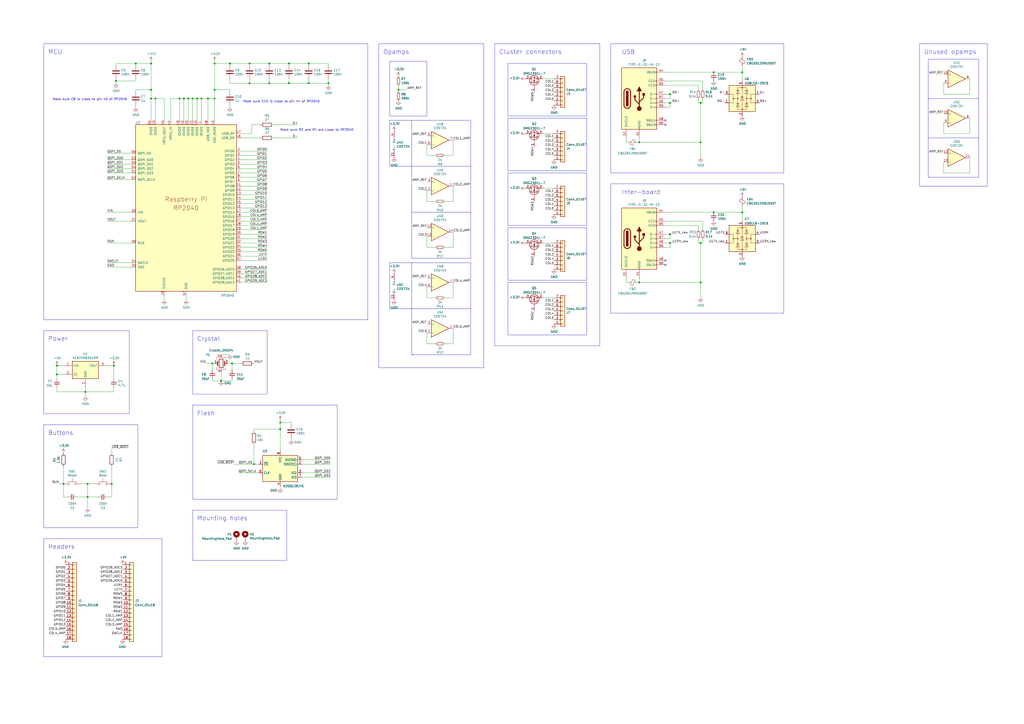
<source format=kicad_sch>
(kicad_sch (version 20230121) (generator eeschema)
  (paper "A2")
  (title_block (title "lalboard main board") (rev "v0.1"))
  (junction (at 109.22 57.15))
  (junction (at 87.63 52.07))
  (junction (at 156.21 36.83))
  (junction (at 36.83 280.67))
  (junction (at 50.8 288.29))
  (junction (at 111.76 57.15))
  (junction (at 124.46 52.07))
  (junction (at 87.63 36.83))
  (junction (at 388.62 54.61))
  (junction (at 190.5 48.26))
  (junction (at 388.62 140.97))
  (junction (at 114.3 57.15))
  (junction (at 33.02 217.17))
  (junction (at 144.78 36.83))
  (junction (at 406.4 163.83))
  (junction (at 124.46 36.83))
  (junction (at 147.32 269.24))
  (junction (at 106.68 57.15))
  (junction (at 49.53 227.33))
  (junction (at 133.35 36.83))
  (junction (at 430.53 123.19))
  (junction (at 120.65 57.15))
  (junction (at 370.84 163.83))
  (junction (at 167.64 48.26))
  (junction (at 116.84 57.15))
  (junction (at 162.56 245.11))
  (junction (at 406.4 59.69))
  (junction (at 414.02 41.91))
  (junction (at 179.07 36.83))
  (junction (at 179.07 48.26))
  (junction (at 66.04 212.09))
  (junction (at 388.62 59.69))
  (junction (at 406.4 140.97))
  (junction (at 90.17 57.15))
  (junction (at 67.31 46.99))
  (junction (at 87.63 57.15))
  (junction (at 414.02 123.19))
  (junction (at 144.78 48.26))
  (junction (at 128.27 220.98))
  (junction (at 156.21 48.26))
  (junction (at 124.46 57.15))
  (junction (at 64.77 280.67))
  (junction (at 104.14 57.15))
  (junction (at 78.74 36.83))
  (junction (at 406.4 82.55))
  (junction (at 50.8 280.67))
  (junction (at 123.19 210.82))
  (junction (at 134.62 210.82))
  (junction (at 370.84 82.55))
  (junction (at 33.02 212.09))
  (junction (at 167.64 36.83))
  (junction (at 430.53 41.91))
  (junction (at 388.62 135.89))
  (junction (at 231.14 52.07))
  (junction (at 162.56 248.92))
  (no_connect (at 386.08 151.13))
  (no_connect (at 386.08 69.85))
  (no_connect (at 386.08 72.39))
  (no_connect (at 386.08 153.67))
  (wire (pts (xy 370.84 82.55) (xy 406.4 82.55)))
  (polyline (pts (xy 111.76 234.95) (xy 111.76 289.56)))
  (wire (pts (xy 386.08 57.15) (xy 388.62 57.15)))
  (wire (pts (xy 179.07 45.72) (xy 179.07 48.26)))
  (wire (pts (xy 64.77 260.35) (xy 64.77 262.89)))
  (wire (pts (xy 386.08 54.61) (xy 388.62 54.61)))
  (wire (pts (xy 388.62 54.61) (xy 389.89 54.61)))
  (wire (pts (xy 139.7 125.73) (xy 154.94 125.73)))
  (wire (pts (xy 76.2 140.97) (xy 62.23 140.97)))
  (polyline (pts (xy 226.06 96.52) (xy 273.05 96.52)))
  (wire (pts (xy 124.46 52.07) (xy 133.35 52.07)))
  (wire (pts (xy 406.4 82.55) (xy 406.4 91.44)))
  (polyline (pts (xy 533.4 25.4) (xy 572.77 25.4)))
  (wire (pts (xy 67.31 45.72) (xy 67.31 46.99)))
  (polyline (pts (xy 340.36 132.08) (xy 340.36 162.56)))
  (polyline (pts (xy 238.76 205.74) (xy 273.05 205.74)))
  (polyline (pts (xy 74.93 191.77) (xy 74.93 240.03)))
  (wire (pts (xy 39.37 288.29) (xy 36.83 288.29)))
  (wire (pts (xy 262.89 116.84) (xy 257.81 116.84)))
  (polyline (pts (xy 340.36 100.33) (xy 294.64 100.33)))
  (polyline (pts (xy 273.05 179.07) (xy 273.05 205.74)))
  (wire (pts (xy 114.3 69.85) (xy 114.3 57.15)))
  (wire (pts (xy 147.32 257.81) (xy 147.32 269.24)))
  (polyline (pts (xy 538.48 102.87) (xy 567.69 102.87)))
  (wire (pts (xy 78.74 60.96) (xy 78.74 62.23)))
  (polyline (pts (xy 287.02 25.4) (xy 347.98 25.4)))
  (polyline (pts (xy 25.4 381) (xy 93.98 381)))
  (wire (pts (xy 139.7 123.19) (xy 154.94 123.19)))
  (wire (pts (xy 139.7 128.27) (xy 154.94 128.27)))
  (polyline (pts (xy 238.76 123.19) (xy 273.05 123.19)))
  (wire (pts (xy 162.56 243.84) (xy 162.56 245.11)))
  (wire (pts (xy 175.26 266.7) (xy 191.77 266.7)))
  (wire (pts (xy 388.62 143.51) (xy 388.62 140.97)))
  (wire (pts (xy 262.89 90.17) (xy 257.81 90.17)))
  (wire (pts (xy 128.27 205.74) (xy 133.35 205.74)))
  (wire (pts (xy 78.74 52.07) (xy 87.63 52.07)))
  (wire (pts (xy 139.7 151.13) (xy 154.94 151.13)))
  (polyline (pts (xy 294.64 68.58) (xy 294.64 99.06)))
  (wire (pts (xy 139.7 148.59) (xy 154.94 148.59)))
  (wire (pts (xy 405.13 57.15) (xy 405.13 59.69)))
  (wire (pts (xy 190.5 48.26) (xy 179.07 48.26)))
  (polyline (pts (xy 567.69 34.29) (xy 567.69 102.87)))
  (wire (pts (xy 162.56 245.11) (xy 162.56 248.92)))
  (polyline (pts (xy 347.98 25.4) (xy 347.98 200.66)))
  (wire (pts (xy 67.31 46.99) (xy 78.74 46.99)))
  (wire (pts (xy 124.46 36.83) (xy 124.46 52.07)))
  (polyline (pts (xy 280.67 25.4) (xy 280.67 213.36)))
  (wire (pts (xy 370.84 161.29) (xy 370.84 163.83)))
  (wire (pts (xy 87.63 36.83) (xy 87.63 52.07)))
  (wire (pts (xy 139.7 100.33) (xy 154.94 100.33)))
  (polyline (pts (xy 340.36 132.08) (xy 294.64 132.08)))
  (polyline (pts (xy 238.76 179.07) (xy 238.76 205.74)))
  (wire (pts (xy 33.02 227.33) (xy 33.02 224.79)))
  (polyline (pts (xy 238.76 205.74) (xy 240.03 205.74)))
  (wire (pts (xy 62.23 212.09) (xy 66.04 212.09)))
  (polyline (pts (xy 74.93 240.03) (xy 25.4 240.03)))
  (wire (pts (xy 407.67 128.27) (xy 386.08 128.27)))
  (wire (pts (xy 111.76 69.85) (xy 111.76 57.15)))
  (polyline (pts (xy 25.4 240.03) (xy 25.4 191.77)))
  (wire (pts (xy 547.37 54.61) (xy 547.37 48.26)))
  (wire (pts (xy 388.62 59.69) (xy 389.89 59.69)))
  (wire (pts (xy 106.68 69.85) (xy 106.68 57.15)))
  (wire (pts (xy 132.08 210.82) (xy 134.62 210.82)))
  (wire (pts (xy 562.61 45.72) (xy 562.61 54.61)))
  (wire (pts (xy 139.7 163.83) (xy 154.94 163.83)))
  (wire (pts (xy 430.53 128.27) (xy 430.53 123.19)))
  (wire (pts (xy 50.8 280.67) (xy 50.8 288.29)))
  (polyline (pts (xy 226.06 69.85) (xy 273.05 69.85)))
  (polyline (pts (xy 454.66 25.4) (xy 454.66 100.33)))
  (wire (pts (xy 156.21 45.72) (xy 156.21 48.26)))
  (wire (pts (xy 114.3 57.15) (xy 116.84 57.15)))
  (wire (pts (xy 407.67 46.99) (xy 386.08 46.99)))
  (wire (pts (xy 147.32 248.92) (xy 162.56 248.92)))
  (wire (pts (xy 139.7 90.17) (xy 154.94 90.17)))
  (polyline (pts (xy 294.64 99.06) (xy 340.36 99.06)))
  (wire (pts (xy 547.37 100.33) (xy 562.61 100.33)))
  (wire (pts (xy 363.22 163.83) (xy 364.49 163.83)))
  (polyline (pts (xy 25.4 306.07) (xy 80.01 306.07)))
  (wire (pts (xy 179.07 36.83) (xy 190.5 36.83)))
  (wire (pts (xy 262.89 199.39) (xy 257.81 199.39)))
  (wire (pts (xy 252.73 172.72) (xy 247.65 172.72)))
  (wire (pts (xy 120.65 69.85) (xy 120.65 57.15)))
  (wire (pts (xy 95.25 171.45) (xy 95.25 173.99)))
  (wire (pts (xy 139.7 118.11) (xy 154.94 118.11)))
  (polyline (pts (xy 572.77 107.95) (xy 572.77 25.4)))
  (wire (pts (xy 87.63 57.15) (xy 87.63 69.85)))
  (wire (pts (xy 231.14 52.07) (xy 231.14 53.34)))
  (wire (pts (xy 247.65 199.39) (xy 247.65 193.04)))
  (wire (pts (xy 370.84 163.83) (xy 369.57 163.83)))
  (wire (pts (xy 64.77 270.51) (xy 64.77 280.67)))
  (wire (pts (xy 33.02 217.17) (xy 33.02 219.71)))
  (polyline (pts (xy 111.76 228.6) (xy 111.76 191.77)))
  (wire (pts (xy 363.22 161.29) (xy 363.22 163.83)))
  (wire (pts (xy 405.13 140.97) (xy 406.4 140.97)))
  (wire (pts (xy 49.53 227.33) (xy 33.02 227.33)))
  (polyline (pts (xy 538.48 57.15) (xy 567.69 57.15)))
  (wire (pts (xy 156.21 48.26) (xy 144.78 48.26)))
  (wire (pts (xy 262.89 107.95) (xy 262.89 116.84)))
  (polyline (pts (xy 80.01 246.38) (xy 25.4 246.38)))
  (wire (pts (xy 386.08 62.23) (xy 388.62 62.23)))
  (polyline (pts (xy 111.76 289.56) (xy 195.58 289.56)))
  (wire (pts (xy 144.78 48.26) (xy 133.35 48.26)))
  (wire (pts (xy 405.13 59.69) (xy 406.4 59.69)))
  (polyline (pts (xy 111.76 228.6) (xy 154.94 228.6)))
  (wire (pts (xy 547.37 77.47) (xy 547.37 71.12)))
  (wire (pts (xy 78.74 38.1) (xy 78.74 36.83)))
  (polyline (pts (xy 226.06 35.56) (xy 226.06 67.31)))
  (wire (pts (xy 67.31 38.1) (xy 67.31 36.83)))
  (polyline (pts (xy 347.98 200.66) (xy 287.02 200.66)))
  (wire (pts (xy 562.61 91.44) (xy 562.61 100.33)))
  (wire (pts (xy 67.31 46.99) (xy 67.31 48.26)))
  (wire (pts (xy 231.14 49.53) (xy 231.14 52.07)))
  (wire (pts (xy 133.35 38.1) (xy 133.35 36.83)))
  (wire (pts (xy 139.7 77.47) (xy 146.05 77.47)))
  (wire (pts (xy 95.25 69.85) (xy 95.25 57.15)))
  (wire (pts (xy 76.2 152.4) (xy 62.23 152.4)))
  (wire (pts (xy 49.53 227.33) (xy 49.53 224.79)))
  (wire (pts (xy 104.14 69.85) (xy 104.14 57.15)))
  (polyline (pts (xy 287.02 25.4) (xy 287.02 200.66)))
  (wire (pts (xy 190.5 48.26) (xy 190.5 49.53)))
  (wire (pts (xy 386.08 138.43) (xy 388.62 138.43)))
  (wire (pts (xy 406.4 140.97) (xy 406.4 163.83)))
  (wire (pts (xy 370.84 163.83) (xy 406.4 163.83)))
  (polyline (pts (xy 25.4 25.4) (xy 213.36 25.4)))
  (wire (pts (xy 124.46 57.15) (xy 124.46 69.85)))
  (wire (pts (xy 430.53 123.19) (xy 430.53 119.38)))
  (wire (pts (xy 388.62 135.89) (xy 389.89 135.89)))
  (polyline (pts (xy 294.64 130.81) (xy 340.36 130.81)))
  (polyline (pts (xy 533.4 25.4) (xy 533.4 107.95)))
  (wire (pts (xy 107.95 171.45) (xy 107.95 173.99)))
  (wire (pts (xy 405.13 138.43) (xy 405.13 140.97)))
  (wire (pts (xy 139.7 133.35) (xy 154.94 133.35)))
  (wire (pts (xy 106.68 57.15) (xy 109.22 57.15)))
  (wire (pts (xy 406.4 140.97) (xy 407.67 140.97)))
  (wire (pts (xy 406.4 59.69) (xy 406.4 82.55)))
  (polyline (pts (xy 25.4 185.42) (xy 25.4 25.4)))
  (wire (pts (xy 57.15 288.29) (xy 50.8 288.29)))
  (wire (pts (xy 76.2 104.14) (xy 62.23 104.14)))
  (polyline (pts (xy 226.06 69.85) (xy 226.06 96.52)))
  (wire (pts (xy 62.23 123.19) (xy 76.2 123.19)))
  (polyline (pts (xy 247.65 67.31) (xy 247.65 35.56)))
  (wire (pts (xy 405.13 52.07) (xy 405.13 49.53)))
  (wire (pts (xy 134.62 210.82) (xy 134.62 214.63)))
  (wire (pts (xy 99.06 69.85) (xy 99.06 57.15)))
  (wire (pts (xy 147.32 250.19) (xy 147.32 248.92)))
  (polyline (pts (xy 340.36 36.83) (xy 294.64 36.83)))
  (wire (pts (xy 388.62 57.15) (xy 388.62 54.61)))
  (polyline (pts (xy 340.36 163.83) (xy 294.64 163.83)))
  (wire (pts (xy 167.64 36.83) (xy 179.07 36.83)))
  (wire (pts (xy 386.08 143.51) (xy 388.62 143.51)))
  (wire (pts (xy 252.73 90.17) (xy 247.65 90.17)))
  (wire (pts (xy 162.56 281.94) (xy 162.56 283.21)))
  (wire (pts (xy 262.89 190.5) (xy 262.89 199.39)))
  (wire (pts (xy 386.08 123.19) (xy 414.02 123.19)))
  (polyline (pts (xy 111.76 234.95) (xy 195.58 234.95)))
  (wire (pts (xy 430.53 41.91) (xy 430.53 38.1)))
  (wire (pts (xy 139.7 115.57) (xy 154.94 115.57)))
  (polyline (pts (xy 247.65 35.56) (xy 226.06 35.56)))
  (polyline (pts (xy 226.06 179.07) (xy 273.05 179.07)))
  (polyline (pts (xy 219.71 25.4) (xy 219.71 213.36)))
  (wire (pts (xy 547.37 54.61) (xy 562.61 54.61)))
  (wire (pts (xy 162.56 248.92) (xy 162.56 261.62)))
  (polyline (pts (xy 226.06 67.31) (xy 247.65 67.31)))
  (wire (pts (xy 547.37 100.33) (xy 547.37 93.98)))
  (polyline (pts (xy 111.76 295.91) (xy 166.37 295.91)))
  (wire (pts (xy 167.64 45.72) (xy 167.64 48.26)))
  (wire (pts (xy 139.7 161.29) (xy 154.94 161.29)))
  (wire (pts (xy 50.8 288.29) (xy 44.45 288.29)))
  (wire (pts (xy 386.08 41.91) (xy 414.02 41.91)))
  (polyline (pts (xy 340.36 36.83) (xy 340.36 67.31)))
  (polyline (pts (xy 340.36 163.83) (xy 340.36 194.31)))
  (wire (pts (xy 78.74 53.34) (xy 78.74 52.07)))
  (wire (pts (xy 562.61 68.58) (xy 562.61 77.47)))
  (polyline (pts (xy 238.76 69.85) (xy 238.76 149.86)))
  (polyline (pts (xy 238.76 149.86) (xy 273.05 149.86)))
  (wire (pts (xy 314.96 109.22) (xy 321.31 109.22)))
  (polyline (pts (xy 219.71 25.4) (xy 280.67 25.4)))
  (wire (pts (xy 99.06 57.15) (xy 104.14 57.15)))
  (wire (pts (xy 407.67 52.07) (xy 407.67 46.99)))
  (polyline (pts (xy 294.64 194.31) (xy 340.36 194.31)))
  (wire (pts (xy 124.46 210.82) (xy 123.19 210.82)))
  (wire (pts (xy 138.43 274.32) (xy 149.86 274.32)))
  (wire (pts (xy 66.04 224.79) (xy 66.04 227.33)))
  (wire (pts (xy 407.67 59.69) (xy 407.67 57.15)))
  (wire (pts (xy 547.37 77.47) (xy 562.61 77.47)))
  (polyline (pts (xy 538.48 80.01) (xy 567.69 80.01)))
  (wire (pts (xy 66.04 212.09) (xy 66.04 219.71)))
  (wire (pts (xy 36.83 217.17) (xy 33.02 217.17)))
  (wire (pts (xy 363.22 82.55) (xy 364.49 82.55)))
  (wire (pts (xy 139.7 156.21) (xy 154.94 156.21)))
  (wire (pts (xy 139.7 130.81) (xy 154.94 130.81)))
  (wire (pts (xy 144.78 36.83) (xy 156.21 36.83)))
  (wire (pts (xy 111.76 57.15) (xy 114.3 57.15)))
  (wire (pts (xy 64.77 288.29) (xy 62.23 288.29)))
  (wire (pts (xy 370.84 80.01) (xy 370.84 82.55)))
  (polyline (pts (xy 538.48 34.29) (xy 538.48 102.87)))
  (polyline (pts (xy 294.64 36.83) (xy 294.64 67.31)))
  (polyline (pts (xy 354.33 181.61) (xy 354.33 106.68)))
  (wire (pts (xy 168.91 246.38) (xy 168.91 245.11)))
  (wire (pts (xy 167.64 48.26) (xy 156.21 48.26)))
  (polyline (pts (xy 280.67 213.36) (xy 219.71 213.36)))
  (wire (pts (xy 123.19 210.82) (xy 123.19 214.63)))
  (polyline (pts (xy 294.64 163.83) (xy 294.64 194.31)))
  (wire (pts (xy 134.62 219.71) (xy 134.62 220.98)))
  (wire (pts (xy 168.91 245.11) (xy 162.56 245.11)))
  (polyline (pts (xy 226.06 152.4) (xy 273.05 152.4)))
  (wire (pts (xy 179.07 38.1) (xy 179.07 36.83)))
  (polyline (pts (xy 294.64 162.56) (xy 340.36 162.56)))
  (wire (pts (xy 144.78 45.72) (xy 144.78 48.26)))
  (wire (pts (xy 252.73 143.51) (xy 247.65 143.51)))
  (wire (pts (xy 167.64 38.1) (xy 167.64 36.83)))
  (wire (pts (xy 179.07 48.26) (xy 167.64 48.26)))
  (wire (pts (xy 49.53 227.33) (xy 49.53 229.87)))
  (wire (pts (xy 128.27 215.9) (xy 128.27 220.98)))
  (wire (pts (xy 314.96 77.47) (xy 321.31 77.47)))
  (wire (pts (xy 36.83 270.51) (xy 36.83 280.67)))
  (polyline (pts (xy 294.64 67.31) (xy 340.36 67.31)))
  (wire (pts (xy 95.25 57.15) (xy 90.17 57.15)))
  (wire (pts (xy 231.14 52.07) (xy 236.22 52.07)))
  (polyline (pts (xy 25.4 191.77) (xy 74.93 191.77)))
  (wire (pts (xy 90.17 57.15) (xy 87.63 57.15)))
  (wire (pts (xy 139.7 143.51) (xy 154.94 143.51)))
  (polyline (pts (xy 25.4 312.42) (xy 25.4 381)))
  (wire (pts (xy 405.13 49.53) (xy 386.08 49.53)))
  (wire (pts (xy 252.73 116.84) (xy 247.65 116.84)))
  (polyline (pts (xy 354.33 106.68) (xy 454.66 106.68)))
  (wire (pts (xy 139.7 80.01) (xy 151.13 80.01)))
  (polyline (pts (xy 273.05 69.85) (xy 273.05 149.86)))
  (wire (pts (xy 430.53 46.99) (xy 430.53 41.91)))
  (wire (pts (xy 406.4 163.83) (xy 406.4 172.72)))
  (polyline (pts (xy 354.33 100.33) (xy 354.33 25.4)))
  (wire (pts (xy 62.23 95.25) (xy 76.2 95.25)))
  (wire (pts (xy 50.8 288.29) (xy 50.8 294.64)))
  (wire (pts (xy 87.63 52.07) (xy 87.63 57.15)))
  (polyline (pts (xy 195.58 289.56) (xy 195.58 234.95)))
  (polyline (pts (xy 25.4 246.38) (xy 25.4 306.07)))
  (wire (pts (xy 134.62 210.82) (xy 139.7 210.82)))
  (wire (pts (xy 116.84 57.15) (xy 120.65 57.15)))
  (wire (pts (xy 139.7 140.97) (xy 154.94 140.97)))
  (wire (pts (xy 87.63 35.56) (xy 87.63 36.83)))
  (wire (pts (xy 262.89 143.51) (xy 257.81 143.51)))
  (wire (pts (xy 158.75 72.39) (xy 172.72 72.39)))
  (wire (pts (xy 133.35 53.34) (xy 133.35 52.07)))
  (polyline (pts (xy 294.64 132.08) (xy 294.64 162.56)))
  (wire (pts (xy 388.62 140.97) (xy 389.89 140.97)))
  (wire (pts (xy 314.96 140.97) (xy 321.31 140.97)))
  (wire (pts (xy 34.29 280.67) (xy 36.83 280.67)))
  (wire (pts (xy 386.08 140.97) (xy 388.62 140.97)))
  (polyline (pts (xy 154.94 191.77) (xy 154.94 228.6)))
  (wire (pts (xy 146.05 72.39) (xy 146.05 77.47)))
  (wire (pts (xy 262.89 163.83) (xy 262.89 172.72)))
  (polyline (pts (xy 340.36 68.58) (xy 294.64 68.58)))
  (wire (pts (xy 175.26 269.24) (xy 191.77 269.24)))
  (wire (pts (xy 123.19 220.98) (xy 128.27 220.98)))
  (wire (pts (xy 133.35 45.72) (xy 133.35 48.26)))
  (polyline (pts (xy 111.76 191.77) (xy 154.94 191.77)))
  (wire (pts (xy 50.8 280.67) (xy 54.61 280.67)))
  (wire (pts (xy 133.35 36.83) (xy 144.78 36.83)))
  (wire (pts (xy 407.67 133.35) (xy 407.67 128.27)))
  (polyline (pts (xy 340.36 68.58) (xy 340.36 99.06)))
  (wire (pts (xy 62.23 92.71) (xy 76.2 92.71)))
  (wire (pts (xy 262.89 172.72) (xy 257.81 172.72)))
  (wire (pts (xy 76.2 128.27) (xy 62.23 128.27)))
  (wire (pts (xy 62.23 100.33) (xy 76.2 100.33)))
  (wire (pts (xy 139.7 102.87) (xy 154.94 102.87)))
  (wire (pts (xy 156.21 38.1) (xy 156.21 36.83)))
  (wire (pts (xy 147.32 269.24) (xy 149.86 269.24)))
  (wire (pts (xy 119.38 210.82) (xy 123.19 210.82)))
  (polyline (pts (xy 111.76 295.91) (xy 111.76 325.12)))
  (polyline (pts (xy 533.4 107.95) (xy 572.77 107.95)))
  (wire (pts (xy 139.7 95.25) (xy 154.94 95.25)))
  (wire (pts (xy 139.7 92.71) (xy 154.94 92.71)))
  (polyline (pts (xy 354.33 25.4) (xy 454.66 25.4)))
  (wire (pts (xy 139.7 110.49) (xy 154.94 110.49)))
  (polyline (pts (xy 538.48 34.29) (xy 567.69 34.29)))
  (polyline (pts (xy 273.05 152.4) (xy 273.05 179.07)))
  (polyline (pts (xy 454.66 106.68) (xy 454.66 181.61)))
  (wire (pts (xy 247.65 143.51) (xy 247.65 137.16)))
  (wire (pts (xy 252.73 199.39) (xy 247.65 199.39)))
  (wire (pts (xy 262.89 81.28) (xy 262.89 90.17)))
  (wire (pts (xy 139.7 158.75) (xy 154.94 158.75)))
  (wire (pts (xy 90.17 69.85) (xy 90.17 57.15)))
  (wire (pts (xy 139.7 135.89) (xy 154.94 135.89)))
  (wire (pts (xy 168.91 254) (xy 168.91 255.27)))
  (polyline (pts (xy 238.76 152.4) (xy 238.76 179.07)))
  (polyline (pts (xy 294.64 100.33) (xy 294.64 130.81)))
  (wire (pts (xy 406.4 59.69) (xy 407.67 59.69)))
  (wire (pts (xy 175.26 274.32) (xy 191.77 274.32)))
  (wire (pts (xy 33.02 212.09) (xy 33.02 217.17)))
  (wire (pts (xy 139.7 138.43) (xy 154.94 138.43)))
  (polyline (pts (xy 226.06 152.4) (xy 226.06 179.07)))
  (polyline (pts (xy 25.4 312.42) (xy 93.98 312.42)))
  (polyline (pts (xy 354.33 100.33) (xy 454.66 100.33)))
  (wire (pts (xy 388.62 138.43) (xy 388.62 135.89)))
  (wire (pts (xy 314.96 172.72) (xy 321.31 172.72)))
  (wire (pts (xy 124.46 52.07) (xy 124.46 57.15)))
  (wire (pts (xy 128.27 220.98) (xy 134.62 220.98)))
  (wire (pts (xy 109.22 57.15) (xy 111.76 57.15)))
  (wire (pts (xy 414.02 123.19) (xy 430.53 123.19)))
  (wire (pts (xy 407.67 140.97) (xy 407.67 138.43)))
  (wire (pts (xy 262.89 134.62) (xy 262.89 143.51)))
  (wire (pts (xy 62.23 97.79) (xy 76.2 97.79)))
  (wire (pts (xy 64.77 280.67) (xy 64.77 288.29)))
  (wire (pts (xy 247.65 90.17) (xy 247.65 83.82)))
  (wire (pts (xy 123.19 219.71) (xy 123.19 220.98)))
  (wire (pts (xy 144.78 38.1) (xy 144.78 36.83)))
  (wire (pts (xy 388.62 62.23) (xy 388.62 59.69)))
  (wire (pts (xy 405.13 130.81) (xy 386.08 130.81)))
  (wire (pts (xy 247.65 172.72) (xy 247.65 166.37)))
  (wire (pts (xy 46.99 280.67) (xy 50.8 280.67)))
  (wire (pts (xy 139.7 113.03) (xy 154.94 113.03)))
  (wire (pts (xy 139.7 87.63) (xy 154.94 87.63)))
  (wire (pts (xy 36.83 212.09) (xy 33.02 212.09)))
  (wire (pts (xy 139.7 107.95) (xy 154.94 107.95)))
  (wire (pts (xy 133.35 60.96) (xy 133.35 62.23)))
  (wire (pts (xy 190.5 45.72) (xy 190.5 48.26)))
  (wire (pts (xy 363.22 80.01) (xy 363.22 82.55)))
  (polyline (pts (xy 166.37 325.12) (xy 166.37 295.91)))
  (wire (pts (xy 139.7 146.05) (xy 154.94 146.05)))
  (wire (pts (xy 146.05 72.39) (xy 151.13 72.39)))
  (wire (pts (xy 120.65 57.15) (xy 124.46 57.15)))
  (wire (pts (xy 78.74 36.83) (xy 87.63 36.83)))
  (wire (pts (xy 78.74 46.99) (xy 78.74 45.72)))
  (wire (pts (xy 124.46 35.56) (xy 124.46 36.83)))
  (wire (pts (xy 370.84 82.55) (xy 369.57 82.55)))
  (polyline (pts (xy 213.36 185.42) (xy 25.4 185.42)))
  (wire (pts (xy 104.14 57.15) (xy 106.68 57.15)))
  (wire (pts (xy 76.2 88.9) (xy 62.23 88.9)))
  (wire (pts (xy 175.26 276.86) (xy 191.77 276.86)))
  (polyline (pts (xy 111.76 325.12) (xy 166.37 325.12)))
  (wire (pts (xy 386.08 135.89) (xy 388.62 135.89)))
  (wire (pts (xy 124.46 36.83) (xy 133.35 36.83)))
  (wire (pts (xy 76.2 154.94) (xy 62.23 154.94)))
  (wire (pts (xy 158.75 80.01) (xy 172.72 80.01)))
  (wire (pts (xy 66.04 227.33) (xy 49.53 227.33)))
  (wire (pts (xy 139.7 105.41) (xy 154.94 105.41)))
  (polyline (pts (xy 340.36 100.33) (xy 340.36 130.81)))
  (wire (pts (xy 405.13 133.35) (xy 405.13 130.81)))
  (wire (pts (xy 135.89 269.24) (xy 147.32 269.24)))
  (wire (pts (xy 116.84 57.15) (xy 116.84 69.85)))
  (wire (pts (xy 314.96 45.72) (xy 321.31 45.72)))
  (wire (pts (xy 67.31 36.83) (xy 78.74 36.83)))
  (wire (pts (xy 190.5 38.1) (xy 190.5 36.83)))
  (wire (pts (xy 109.22 69.85) (xy 109.22 57.15)))
  (wire (pts (xy 386.08 59.69) (xy 388.62 59.69)))
  (polyline (pts (xy 354.33 181.61) (xy 454.66 181.61)))
  (polyline (pts (xy 80.01 306.07) (xy 80.01 246.38)))
  (polyline (pts (xy 213.36 25.4) (xy 213.36 185.42)))
  (wire (pts (xy 139.7 120.65) (xy 154.94 120.65)))
  (wire (pts (xy 247.65 116.84) (xy 247.65 110.49)))
  (polyline (pts (xy 93.98 381) (xy 93.98 312.42)))
  (wire (pts (xy 414.02 41.91) (xy 430.53 41.91)))
  (wire (pts (xy 36.83 288.29) (xy 36.83 280.67)))
  (wire (pts (xy 156.21 36.83) (xy 167.64 36.83)))
  (wire (pts (xy 139.7 97.79) (xy 154.94 97.79)))
  (text "Cluster connectors" (at 289.56 31.75 0) (effects (font (size 2.54 2.54)) (justify left bottom)))
  (text "Make sure R3 and R4 are close to RP2040" (at 162.56 76.2 0) (effects (font (size 1.27 1.27)) (justify left bottom)))
  (text "USB" (at 360.68 31.75 0) (effects (font (size 2.4892 2.4892)) (justify left bottom)))
  (text "Power" (at 27.94 198.12 0) (effects (font (size 2.54 2.54)) (justify left bottom)))
  (text "Headers" (at 27.94 318.77 0) (effects (font (size 2.54 2.54)) (justify left bottom)))
  (text "Buttons" (at 27.94 252.73 0) (effects (font (size 2.54 2.54)) (justify left bottom)))
  (text "Make sure C8 is close to pin 45 of RP2040" (at 30.48 58.42 0) (effects (font (size 1.27 1.27)) (justify left bottom)))
  (text "Opamps" (at 222.25 31.75 0) (effects (font (size 2.54 2.54)) (justify left bottom)))
  (text "Unused opamps" (at 535.94 31.75 0) (effects (font (size 2.54 2.54)) (justify left bottom)))
  (text "MCU" (at 27.94 31.75 0) (effects (font (size 2.54 2.54)) (justify left bottom)))
  (text "Inter-board" (at 360.68 113.03 0) (effects (font (size 2.4892 2.4892)) (justify left bottom)))
  (text "Crystal" (at 114.3 198.12 0) (effects (font (size 2.54 2.54)) (justify left bottom)))
  (text "Mounting holes" (at 114.3 302.26 0) (effects (font (size 2.54 2.54)) (justify left bottom)))
  (text "Make sure C10 is close to pin 44 of RP2040" (at 140.97 59.69 0) (effects (font (size 1.27 1.27)) (justify left bottom)))
  (text "Flash" (at 114.3 241.3 0) (effects (font (size 2.54 2.54)) (justify left bottom)))
  (label "COL3" (at 321.31 116.84 180))
  (label "AMP_REF" (at 547.37 88.9 180))
  (label "COL4" (at 321.31 119.38 180))
  (label "GPIO29_ADC3" (at 71.12 330.2 180))
  (label "COL1_AMP" (at 262.89 81.28 0))
  (label "QSPI_SD1" (at 62.23 95.25 0))
  (label "QSPI_SD2" (at 191.77 274.32 180))
  (label "GPIO27_ADC1" (at 154.94 158.75 180))
  (label "COL4_AMP" (at 154.94 125.73 180))
  (label "ROW4" (at 71.12 347.98 180))
  (label "U1RX" (at 154.94 151.13 180))
  (label "QSPI_SCLK" (at 138.43 274.32 0))
  (label "GPIO5" (at 38.1 342.9 180))
  (label "U1RX_raw" (at 389.89 140.97 0))
  (label "GPIO0" (at 38.1 330.2 180))
  (label "COL2" (at 321.31 146.05 180))
  (label "U1RX" (at 440.69 135.89 0))
  (label "AMP_REF" (at 247.65 78.74 180))
  (label "COL1_AMP" (at 71.12 358.14 180))
  (label "COL2" (at 321.31 177.8 180))
  (label "SWD" (at 71.12 365.76 180))
  (label "GPIO29_ADC3" (at 154.94 163.83 180))
  (label "U1TX_raw" (at 420.37 140.97 180))
  (label "ROW3" (at 309.88 116.84 270))
  (label "GPIO7" (at 38.1 347.98 180))
  (label "COL1" (at 321.31 48.26 180))
  (label "SWD" (at 62.23 154.94 0))
  (label "GPIO11" (at 154.94 115.57 180))
  (label "GPIO11" (at 38.1 358.14 180))
  (label "COL3" (at 321.31 180.34 180))
  (label "GPIO1" (at 154.94 90.17 180))
  (label "GPIO8" (at 38.1 350.52 180))
  (label "COL5" (at 247.65 193.04 180))
  (label "RUN" (at 34.29 280.67 180))
  (label "SWCLK" (at 71.12 368.3 180))
  (label "U1TX" (at 71.12 342.9 180))
  (label "GPIO26_ADC0" (at 71.12 337.82 180))
  (label "AMP_REF" (at 247.65 132.08 180))
  (label "COL3" (at 321.31 53.34 180))
  (label "ROW5" (at 71.12 345.44 180))
  (label "QSPI_SD3" (at 191.77 276.86 180))
  (label "GPIO4" (at 154.94 97.79 180))
  (label "D-" (at 420.37 54.61 180))
  (label "GPIO2" (at 154.94 92.71 180))
  (label "QSPI_SD0" (at 191.77 266.7 180))
  (label "GPIO3" (at 154.94 95.25 180))
  (label "COL4" (at 247.65 166.37 180))
  (label "AMP_REF" (at 547.37 66.04 180))
  (label "ROW2" (at 71.12 353.06 180))
  (label "GPIO9" (at 38.1 353.06 180))
  (label "RD+" (at 440.69 59.69 0))
  (label "D+" (at 172.72 72.39 180))
  (label "SWCLK" (at 62.23 152.4 0))
  (label "XIN" (at 62.23 123.19 0))
  (label "GPIO27_ADC1" (at 71.12 335.28 180))
  (label "D+" (at 440.69 54.61 0))
  (label "QSPI_SD0" (at 62.23 92.71 0))
  (label "QSPI_SCLK" (at 62.23 104.14 0))
  (label "COL2" (at 247.65 110.49 180))
  (label "GPIO28_ADC2" (at 154.94 161.29 180))
  (label "GPIO10" (at 154.94 113.03 180))
  (label "ROW4" (at 309.88 85.09 270))
  (label "COL1" (at 321.31 111.76 180))
  (label "RD+" (at 389.89 59.69 0))
  (label "ROW5" (at 309.88 53.34 270))
  (label "U1TX" (at 154.94 148.59 180))
  (label "COL4" (at 321.31 151.13 180))
  (label "~{USB_BOOT}" (at 135.89 269.24 180))
  (label "COL2" (at 321.31 50.8 180))
  (label "COL4_AMP" (at 38.1 368.3 180))
  (label "COL4" (at 321.31 55.88 180))
  (label "XOUT" (at 62.23 128.27 0))
  (label "RD-" (at 420.37 59.69 180))
  (label "COL3" (at 247.65 137.16 180))
  (label "XOUT" (at 147.32 210.82 0))
  (label "ROW2" (at 309.88 148.59 270))
  (label "COL5" (at 321.31 121.92 180))
  (label "COL3" (at 321.31 148.59 180))
  (label "ROW1" (at 154.94 135.89 180))
  (label "GPIO6" (at 38.1 345.44 180))
  (label "GPIO28_ADC2" (at 71.12 332.74 180))
  (label "COL1_AMP" (at 154.94 133.35 180))
  (label "U1TX_raw" (at 389.89 135.89 0))
  (label "GPIO12" (at 154.94 118.11 180))
  (label "COL1" (at 321.31 175.26 180))
  (label "GPIO10" (at 38.1 355.6 180))
  (label "COL3_AMP" (at 71.12 363.22 180))
  (label "GPIO6" (at 154.94 102.87 180))
  (label "ROW4" (at 154.94 143.51 180))
  (label "COL2" (at 321.31 82.55 180))
  (label "COL4" (at 321.31 182.88 180))
  (label "XIN" (at 119.38 210.82 180))
  (label "GPIO8" (at 154.94 107.95 180))
  (label "GPIO1" (at 38.1 332.74 180))
  (label "COL4" (at 321.31 87.63 180))
  (label "COL3_AMP" (at 154.94 128.27 180))
  (label "COL5_AMP" (at 154.94 123.19 180))
  (label "GPIO3" (at 38.1 337.82 180))
  (label "GPIO5" (at 154.94 100.33 180))
  (label "U1RX_raw" (at 440.69 140.97 0))
  (label "QSPI_SD2" (at 62.23 97.79 0))
  (label "AMP_REF" (at 247.65 105.41 180))
  (label "U1RX" (at 71.12 340.36 180))
  (label "RUN" (at 62.23 140.97 0))
  (label "AMP_REF" (at 247.65 187.96 180))
  (label "COL5" (at 321.31 58.42 180))
  (label "COL1" (at 321.31 80.01 180))
  (label "COL4_AMP" (at 262.89 163.83 0))
  (label "GPIO9" (at 154.94 110.49 180))
  (label "GPIO26_ADC0" (at 154.94 156.21 180))
  (label "GPIO4" (at 38.1 340.36 180))
  (label "~{USB_BOOT}" (at 64.77 260.35 0))
  (label "GPIO13" (at 154.94 120.65 180))
  (label "COL3" (at 321.31 85.09 180))
  (label "COL2_AMP" (at 154.94 130.81 180))
  (label "AMP_REF" (at 247.65 161.29 180))
  (label "AMP_REF" (at 236.22 52.07 0))
  (label "GPIO2" (at 38.1 335.28 180))
  (label "COL1" (at 321.31 143.51 180))
  (label "COL1" (at 247.65 83.82 180))
  (label "QSPI_SD1" (at 191.77 269.24 180))
  (label "U1TX" (at 420.37 135.89 180))
  (label "AMP_REF" (at 547.37 43.18 180))
  (label "QSPI_SS" (at 62.23 88.9 0))
  (label "COL3_AMP" (at 262.89 134.62 0))
  (label "ROW3" (at 154.94 140.97 180))
  (label "ROW5" (at 154.94 146.05 180))
  (label "ROW2" (at 154.94 138.43 180))
  (label "COL5" (at 321.31 90.17 180))
  (label "COL2_AMP" (at 71.12 360.68 180))
  (label "ROW3" (at 71.12 350.52 180))
  (label "GPIO13" (at 38.1 363.22 180))
  (label "ROW1" (at 71.12 355.6 180))
  (label "COL5_AMP" (at 262.89 190.5 0))
  (label "COL5_AMP" (at 38.1 365.76 180))
  (label "D-" (at 172.72 80.01 180))
  (label "GPIO7" (at 154.94 105.41 180))
  (label "QSPI_SS" (at 138.43 269.24 0))
  (label "ROW1" (at 309.88 180.34 270))
  (label "COL2" (at 321.31 114.3 180))
  (label "COL5" (at 321.31 153.67 180))
  (label "COL2_AMP" (at 262.89 107.95 0))
  (label "COL5" (at 321.31 185.42 180))
  (label "RD-" (at 389.89 54.61 0))
  (label "GPIO12" (at 38.1 360.68 180))
  (label "GPIO0" (at 154.94 87.63 180))
  (label "QSPI_SD3" (at 62.23 100.33 0))
  (symbol (lib_id "Switch:SW_Push") (at 41.91 280.67 0) (unit 1)
    (property "Reference" "SW1" (at 41.91 273.431 0))
    (property "Value" "Reset" (at 41.91 275.7424 0))
    (property "Footprint" "lalboard:SW_TS-1187A-B-A-B" (effects hide))
    (property "Datasheet" "https://datasheet.lcsc.com/lcsc/2304140030_XKB-Connectivity-TS-1187A-B-A-B_C318884.pdf" (effects hide))
    (property "JLCPCB P/N" "C318884" (effects hide))
  )
  (symbol (lib_id "Switch:SW_Push") (at 59.69 280.67 0) (mirror y) (unit 1)
    (property "Reference" "SW2" (at 59.69 273.431 0))
    (property "Value" "Boot" (at 59.69 275.7424 0))
    (property "Footprint" "lalboard:SW_TS-1187A-B-A-B" (effects hide))
    (property "Datasheet" "https://datasheet.lcsc.com/lcsc/2304140030_XKB-Connectivity-TS-1187A-B-A-B_C318884.pdf" (effects hide))
    (property "JLCPCB P/N" "C318884" (effects hide))
  )
  (symbol (lib_id "Connector:USB_C_Receptacle_USB2.0") (at 370.84 57.15 0) (unit 1)
    (property "Reference" "J8" (at 373.5578 35.1282 0))
    (property "Value" "TYPE-C-31-M-12" (at 373.5578 37.4396 0))
    (property "Footprint" "Connector_USB:USB_C_Receptacle_HRO_TYPE-C-31-M-12" (effects hide))
    (property "Datasheet" "https://www.usb.org/sites/default/files/documents/usb_type-c.zip" (effects hide))
    (property "JLCPCB P/N" "C165948" (effects hide))
  )
  (symbol (lib_id "Power_Protection:USBLC6-2SC6") (at 430.53 57.15 0) (unit 1)
    (property "Reference" "U6" (at 431.8 45.72 0) (effects (justify left)))
    (property "Value" "USBLC6-2SC6" (at 431.8 48.26 0) (effects (justify left)))
    (property "Footprint" "Package_TO_SOT_SMD:SOT-23-6" (effects hide))
    (property "Datasheet" "https://www.st.com/resource/en/datasheet/usblc6-2.pdf" (effects hide))
    (property "JLCPCB P/N" "C7519" (effects hide))
  )
  (symbol (lib_id "Connector:USB_C_Receptacle_USB2.0") (at 370.84 138.43 0) (unit 1)
    (property "Reference" "J9" (at 373.5578 116.4082 0))
    (property "Value" "TYPE-C-31-M-12" (at 373.5578 118.7196 0))
    (property "Footprint" "Connector_USB:USB_C_Receptacle_HRO_TYPE-C-31-M-12" (effects hide))
    (property "Datasheet" "https://www.usb.org/sites/default/files/documents/usb_type-c.zip" (effects hide))
    (property "JLCPCB P/N" "C165948" (effects hide))
  )
  (symbol (lib_id "Power_Protection:USBLC6-2SC6") (at 430.53 138.43 0) (unit 1)
    (property "Reference" "U7" (at 431.8 127 0) (effects (justify left)))
    (property "Value" "USBLC6-2SC6" (at 431.8 129.54 0) (effects (justify left)))
    (property "Footprint" "Package_TO_SOT_SMD:SOT-23-6" (effects hide))
    (property "Datasheet" "https://www.st.com/resource/en/datasheet/usblc6-2.pdf" (effects hide))
    (property "JLCPCB P/N" "C7519" (effects hide))
  )
  (symbol (lib_id "Device:FerriteBead_Small") (at 430.53 116.84 0) (unit 1)
    (property "Reference" "FB4" (at 433.07 115.6716 0) (effects (justify left)))
    (property "Value" "CBG201209U500T" (at 433.07 117.983 0) (effects (justify left)))
    (property "Footprint" "Inductor_SMD:L_0805_2012Metric" (effects hide))
    (property "Datasheet" "https://datasheet.lcsc.com/lcsc/2304140030_FH--Guangdong-Fenghua-Advanced-Tech-CBG201209U500T_C668236.pdf" (effects hide))
    (property "JLCPCB P/N" "C668236" (effects hide))
  )
  (symbol (lib_id "power:+5V") (at 430.53 114.3 0) (unit 1)
    (property "Reference" "#PWR047" (effects hide))
    (property "Value" "+5V" (at 430.911 109.9058 0))
  )
  (symbol (lib_id "power:GND") (at 430.53 148.59 0) (unit 1)
    (property "Reference" "#PWR048" (effects hide))
    (property "Value" "GND" (at 430.657 152.9842 0))
  )
  (symbol (lib_id "power:GND") (at 406.4 172.72 0) (unit 1)
    (property "Reference" "#PWR042" (effects hide))
    (property "Value" "GND" (at 406.527 177.1142 0))
  )
  (symbol (lib_id "Device:FerriteBead_Small") (at 367.03 163.83 90) (unit 1)
    (property "Reference" "FB2" (at 367.03 167.64 90))
    (property "Value" "CBG201209U500T" (at 367.03 170.18 90))
    (property "Footprint" "Inductor_SMD:L_0805_2012Metric" (effects hide))
    (property "Datasheet" "https://datasheet.lcsc.com/lcsc/2304140030_FH--Guangdong-Fenghua-Advanced-Tech-CBG201209U500T_C668236.pdf" (effects hide))
    (property "JLCPCB P/N" "C668236" (effects hide))
  )
  (symbol (lib_id "Device:R_Small") (at 405.13 135.89 0) (unit 1)
    (property "Reference" "R15" (at 403.86 134.62 0) (effects (justify right)))
    (property "Value" "5.1k" (at 403.86 137.16 0) (effects (justify right)))
    (property "Footprint" "Resistor_SMD:R_0402_1005Metric" (effects hide))
    (property "JLCPCB" "C25905" (effects hide))
  )
  (symbol (lib_id "Device:R_Small") (at 407.67 135.89 0) (unit 1)
    (property "Reference" "R17" (at 409.1686 134.7216 0) (effects (justify left)))
    (property "Value" "5.1k" (at 409.1686 137.033 0) (effects (justify left)))
    (property "Footprint" "Resistor_SMD:R_0402_1005Metric" (effects hide))
    (property "JLCPCB P/N" "C25905" (effects hide))
  )
  (symbol (lib_id "Device:FerriteBead_Small") (at 430.53 35.56 0) (unit 1)
    (property "Reference" "FB3" (at 433.07 34.3916 0) (effects (justify left)))
    (property "Value" "CBG201209U500T" (at 433.07 36.703 0) (effects (justify left)))
    (property "Footprint" "Inductor_SMD:L_0805_2012Metric" (effects hide))
    (property "Datasheet" "https://datasheet.lcsc.com/lcsc/2304140030_FH--Guangdong-Fenghua-Advanced-Tech-CBG201209U500T_C668236.pdf" (effects hide))
    (property "JLCPCB P/N" "C668236" (effects hide))
  )
  (symbol (lib_id "power:+5V") (at 430.53 33.02 0) (unit 1)
    (property "Reference" "#PWR045" (effects hide))
    (property "Value" "+5V" (at 430.911 28.6258 0))
  )
  (symbol (lib_id "power:GND") (at 430.53 67.31 0) (unit 1)
    (property "Reference" "#PWR046" (effects hide))
    (property "Value" "GND" (at 430.657 71.7042 0))
  )
  (symbol (lib_id "Amplifier_Operational:LMV324") (at 255.27 81.28 0) (unit 2)
    (property "Reference" "U4" (at 255.27 71.9582 0))
    (property "Value" "COS724" (at 255.27 74.2696 0))
    (property "Footprint" "lalboard:TSSOP-14_4.4x5mm_P0.65mm" (effects hide))
    (property "Datasheet" "https://datasheet.lcsc.com/lcsc/2106070234_COSINE-COS724TR_C2685541.pdf" (effects hide))
    (property "JLCPCB P/N" "C2685541" (effects hide))
  )
  (symbol (lib_id "Device:R_Small") (at 231.14 46.99 0) (unit 1)
    (property "Reference" "R7" (at 232.6386 45.8216 0) (effects (justify left)))
    (property "Value" "100k" (at 232.6386 48.133 0) (effects (justify left)))
    (property "Footprint" "Resistor_SMD:R_0402_1005Metric" (effects hide))
    (property "JLCPCB P/N" "C25741" (effects hide))
  )
  (symbol (lib_id "Device:R_Small") (at 231.14 55.88 0) (unit 1)
    (property "Reference" "R8" (at 232.6386 54.7116 0) (effects (justify left)))
    (property "Value" "390k" (at 232.6386 57.023 0) (effects (justify left)))
    (property "Footprint" "Resistor_SMD:R_0402_1005Metric" (effects hide))
    (property "JLCPCB P/N" "C25782" (effects hide))
  )
  (symbol (lib_id "power:+3.3V") (at 231.14 44.45 0) (unit 1)
    (property "Reference" "#PWR029" (effects hide))
    (property "Value" "+3.3V" (at 231.521 40.0558 0))
  )
  (symbol (lib_id "power:GND") (at 231.14 58.42 0) (unit 1)
    (property "Reference" "#PWR030" (effects hide))
    (property "Value" "GND" (at 231.267 62.8142 0))
  )
  (symbol (lib_id "Device:R_Small") (at 255.27 90.17 270) (unit 1)
    (property "Reference" "R9" (at 255.27 95.25 90))
    (property "Value" "2k" (at 255.27 92.71 90))
    (property "Footprint" "Resistor_SMD:R_0402_1005Metric_Pad0.72x0.64mm_HandSolder" (effects hide))
    (property "JLCPCB P/N" "C4109" (effects hide))
  )
  (symbol (lib_id "power:GND") (at 406.4 91.44 0) (unit 1)
    (property "Reference" "#PWR041" (effects hide))
    (property "Value" "GND" (at 406.527 95.8342 0))
  )
  (symbol (lib_id "Amplifier_Operational:LMV324") (at 255.27 107.95 0) (unit 1)
    (property "Reference" "U4" (at 255.27 98.6282 0))
    (property "Value" "COS724" (at 255.27 100.9396 0))
    (property "Footprint" "lalboard:TSSOP-14_4.4x5mm_P0.65mm" (effects hide))
    (property "Datasheet" "https://datasheet.lcsc.com/lcsc/2106070234_COSINE-COS724TR_C2685541.pdf" (effects hide))
    (property "JLCPCB P/N" "C2685541" (effects hide))
  )
  (symbol (lib_id "Device:R_Small") (at 255.27 116.84 270) (unit 1)
    (property "Reference" "R10" (at 255.27 121.92 90))
    (property "Value" "2k" (at 255.27 119.38 90))
    (property "Footprint" "Resistor_SMD:R_0402_1005Metric_Pad0.72x0.64mm_HandSolder" (effects hide))
    (property "JLCPCB P/N" "C4109" (effects hide))
  )
  (symbol (lib_id "Amplifier_Operational:LMV324") (at 255.27 134.62 0) (unit 4)
    (property "Reference" "U4" (at 255.27 125.2982 0))
    (property "Value" "COS724" (at 255.27 127.6096 0))
    (property "Footprint" "lalboard:TSSOP-14_4.4x5mm_P0.65mm" (effects hide))
    (property "Datasheet" "https://datasheet.lcsc.com/lcsc/2106070234_COSINE-COS724TR_C2685541.pdf" (effects hide))
    (property "JLCPCB P/N" "C2685541" (effects hide))
  )
  (symbol (lib_id "Device:R_Small") (at 255.27 143.51 270) (unit 1)
    (property "Reference" "R11" (at 255.27 148.59 90))
    (property "Value" "2k" (at 255.27 146.05 90))
    (property "Footprint" "Resistor_SMD:R_0402_1005Metric_Pad0.72x0.64mm_HandSolder" (effects hide))
    (property "JLCPCB P/N" "C4109" (effects hide))
  )
  (symbol (lib_id "Device:FerriteBead_Small") (at 367.03 82.55 90) (unit 1)
    (property "Reference" "FB1" (at 367.03 86.36 90))
    (property "Value" "CBG201209U500T" (at 367.03 88.9 90))
    (property "Footprint" "Inductor_SMD:L_0805_2012Metric" (effects hide))
    (property "Datasheet" "https://datasheet.lcsc.com/lcsc/2304140030_FH--Guangdong-Fenghua-Advanced-Tech-CBG201209U500T_C668236.pdf" (effects hide))
    (property "JLCPCB P/N" "C668236" (effects hide))
  )
  (symbol (lib_id "Amplifier_Operational:LMV324") (at 231.14 83.82 0) (unit 5)
    (property "Reference" "U4" (at 230.0732 82.6516 0) (effects (justify left)))
    (property "Value" "COS724" (at 230.0732 84.963 0) (effects (justify left)))
    (property "Footprint" "lalboard:TSSOP-14_4.4x5mm_P0.65mm" (effects hide))
    (property "Datasheet" "https://datasheet.lcsc.com/lcsc/2106070234_COSINE-COS724TR_C2685541.pdf" (effects hide))
    (property "JLCPCB P/N" "C2685541" (effects hide))
  )
  (symbol (lib_id "Device:R_Small") (at 405.13 54.61 0) (unit 1)
    (property "Reference" "R14" (at 403.86 53.34 0) (effects (justify right)))
    (property "Value" "5.1k" (at 403.86 55.88 0) (effects (justify right)))
    (property "Footprint" "Resistor_SMD:R_0402_1005Metric" (effects hide))
    (property "JLCPCB P/N" "C25905" (effects hide))
  )
  (symbol (lib_id "Device:R_Small") (at 407.67 54.61 0) (unit 1)
    (property "Reference" "R16" (at 409.1686 53.4416 0) (effects (justify left)))
    (property "Value" "5.1k" (at 409.1686 55.753 0) (effects (justify left)))
    (property "Footprint" "Resistor_SMD:R_0402_1005Metric" (effects hide))
    (property "JLCPCB P/N" "C25905" (effects hide))
  )
  (symbol (lib_id "power:GND") (at 50.8 294.64 0) (unit 1)
    (property "Reference" "#PWR06" (effects hide))
    (property "Value" "GND" (at 50.927 299.0342 0))
  )
  (symbol (lib_id "Device:C_Small") (at 59.69 288.29 270) (unit 1)
    (property "Reference" "C3" (at 59.69 294.64 90))
    (property "Value" "100n" (at 59.69 292.1 90))
    (property "Footprint" "Capacitor_SMD:C_0402_1005Metric" (effects hide))
    (property "JLCPCB P/N" "C307331" (effects hide))
  )
  (symbol (lib_id "Device:C_Small") (at 41.91 288.29 270) (unit 1)
    (property "Reference" "C2" (at 41.91 294.64 90))
    (property "Value" "100n" (at 41.91 292.1 90))
    (property "Footprint" "Capacitor_SMD:C_0402_1005Metric" (effects hide))
    (property "JLCPCB P/N" "C307331" (effects hide))
  )
  (symbol (lib_id "Device:C_Small") (at 414.02 125.73 0) (unit 1)
    (property "Reference" "C20" (at 416.3568 124.5616 0) (effects (justify left)))
    (property "Value" "100n" (at 416.3568 126.873 0) (effects (justify left)))
    (property "Footprint" "Capacitor_SMD:C_0402_1005Metric" (effects hide))
    (property "JLCPCB P/N" "C307331" (effects hide))
  )
  (symbol (lib_id "power:GND") (at 414.02 128.27 0) (unit 1)
    (property "Reference" "#PWR044" (effects hide))
    (property "Value" "GND" (at 414.147 132.6642 0))
  )
  (symbol (lib_id "Regulator_Linear:XC6220B331MR") (at 49.53 214.63 0) (unit 1)
    (property "Reference" "U1" (at 49.53 205.3082 0))
    (property "Value" "XC6220B331MR" (at 49.53 207.6196 0))
    (property "Footprint" "Package_TO_SOT_SMD:SOT-23-5" (effects hide))
    (property "Datasheet" "https://www.torexsemi.com/file/xc6220/XC6220.pdf" (effects hide))
    (property "JLCPCB P/N" "C3040644" (effects hide))
  )
  (symbol (lib_id "Device:C_Small") (at 66.04 222.25 0) (unit 1)
    (property "Reference" "C4" (at 68.3768 221.0816 0) (effects (justify left)))
    (property "Value" "4.7u" (at 68.3768 223.393 0) (effects (justify left)))
    (property "Footprint" "Capacitor_SMD:C_0402_1005Metric" (effects hide))
    (property "JLCPCB P/N" "C23733" (effects hide))
  )
  (symbol (lib_id "Device:C_Small") (at 33.02 222.25 0) (unit 1)
    (property "Reference" "C1" (at 30.48 220.98 0) (effects (justify right)))
    (property "Value" "10u" (at 30.48 223.52 0) (effects (justify right)))
    (property "Footprint" "Capacitor_SMD:C_0402_1005Metric" (effects hide))
    (property "JLCPCB P/N" "C15525" (effects hide))
  )
  (symbol (lib_id "Device:C_Small") (at 414.02 44.45 0) (unit 1)
    (property "Reference" "C19" (at 416.3568 43.2816 0) (effects (justify left)))
    (property "Value" "100n" (at 416.3568 45.593 0) (effects (justify left)))
    (property "Footprint" "Capacitor_SMD:C_0402_1005Metric" (effects hide))
    (property "JLCPCB P/N" "C307331" (effects hide))
  )
  (symbol (lib_id "power:GND") (at 414.02 46.99 0) (unit 1)
    (property "Reference" "#PWR043" (effects hide))
    (property "Value" "GND" (at 414.147 51.3842 0))
  )
  (symbol (lib_id "Amplifier_Operational:LMV324") (at 255.27 163.83 0) (unit 2)
    (property "Reference" "U5" (at 255.27 154.5082 0))
    (property "Value" "COS724" (at 255.27 156.8196 0))
    (property "Footprint" "lalboard:TSSOP-14_4.4x5mm_P0.65mm" (effects hide))
    (property "Datasheet" "https://datasheet.lcsc.com/lcsc/2106070234_COSINE-COS724TR_C2685541.pdf" (effects hide))
    (property "JLCPCB P/N" "C2685541" (effects hide))
  )
  (symbol (lib_id "Device:R_Small") (at 255.27 172.72 270) (unit 1)
    (property "Reference" "R13" (at 255.27 177.8 90))
    (property "Value" "2k" (at 255.27 175.26 90))
    (property "Footprint" "Resistor_SMD:R_0402_1005Metric_Pad0.72x0.64mm_HandSolder" (effects hide))
    (property "JLCPCB P/N" "C4109" (effects hide))
  )
  (symbol (lib_id "Amplifier_Operational:LMV324") (at 231.14 166.37 0) (unit 5)
    (property "Reference" "U5" (at 230.0732 165.2016 0) (effects (justify left)))
    (property "Value" "COS724" (at 230.0732 167.513 0) (effects (justify left)))
    (property "Footprint" "lalboard:TSSOP-14_4.4x5mm_P0.65mm" (effects hide))
    (property "Datasheet" "https://datasheet.lcsc.com/lcsc/2106070234_COSINE-COS724TR_C2685541.pdf" (effects hide))
    (property "JLCPCB P/N" "C2685541" (effects hide))
  )
  (symbol (lib_id "power:GND") (at 49.53 229.87 0) (unit 1)
    (property "Reference" "#PWR05" (effects hide))
    (property "Value" "GND" (at 49.657 234.2642 0))
  )
  (symbol (lib_id "power:+5V") (at 33.02 212.09 0) (unit 1)
    (property "Reference" "#PWR01" (effects hide))
    (property "Value" "+5V" (at 33.401 207.6958 0))
  )
  (symbol (lib_id "power:+3.3V") (at 66.04 212.09 0) (unit 1)
    (property "Reference" "#PWR07" (effects hide))
    (property "Value" "+3.3V" (at 66.421 207.6958 0))
  )
  (symbol (lib_id "power:GND") (at 228.6 91.44 0) (unit 1)
    (property "Reference" "#PWR026" (effects hide))
    (property "Value" "GND" (at 228.727 95.8342 0))
  )
  (symbol (lib_id "power:+3.3V") (at 228.6 76.2 0) (unit 1)
    (property "Reference" "#PWR025" (effects hide))
    (property "Value" "+3.3V" (at 228.981 71.8058 0))
  )
  (symbol (lib_id "power:GND") (at 228.6 173.99 0) (unit 1)
    (property "Reference" "#PWR028" (effects hide))
    (property "Value" "GND" (at 228.727 178.3842 0))
  )
  (symbol (lib_id "power:+3.3V") (at 228.6 158.75 0) (unit 1)
    (property "Reference" "#PWR027" (effects hide))
    (property "Value" "+3.3V" (at 228.981 154.3558 0))
  )
  (symbol (lib_id "Mechanical:MountingHole_Pad") (at 137.16 311.15 0) (unit 1)
    (property "Reference" "H1" (at 134.62 309.88 0) (effects (justify right)))
    (property "Value" "MountingHole_Pad" (at 134.62 312.42 0) (effects (justify right)))
    (property "Footprint" "MountingHole:MountingHole_3.2mm_M3_DIN965_Pad" (effects hide))
  )
  (symbol (lib_id "Mechanical:MountingHole_Pad") (at 142.24 311.15 0) (unit 1)
    (property "Reference" "H2" (at 144.78 309.9054 0) (effects (justify left)))
    (property "Value" "MountingHole_Pad" (at 144.78 312.2168 0) (effects (justify left)))
    (property "Footprint" "MountingHole:MountingHole_3.2mm_M3_DIN965_Pad" (effects hide))
  )
  (symbol (lib_id "power:GND") (at 137.16 313.69 0) (unit 1)
    (property "Reference" "#PWR019" (effects hide))
    (property "Value" "GND" (at 137.287 318.0842 0))
  )
  (symbol (lib_id "power:GND") (at 142.24 313.69 0) (unit 1)
    (property "Reference" "#PWR020" (effects hide))
    (property "Value" "GND" (at 142.367 318.0842 0))
  )
  (symbol (lib_id "power:+1V1") (at 87.63 35.56 0) (unit 1)
    (property "Reference" "#PWR012" (effects hide))
    (property "Value" "+1V1" (at 88.011 31.1658 0))
  )
  (symbol (lib_id "Transistor_FET:DMG2301L") (at 309.88 111.76 90) (unit 1)
    (property "Reference" "Q3" (at 309.88 103.6152 90))
    (property "Value" "DMG2301L-7" (at 309.88 106.1521 90))
    (property "Footprint" "Package_TO_SOT_SMD:SOT-23" (effects hide))
    (property "Datasheet" "https://www.diodes.com/assets/Datasheets/DMG2301L.pdf" (effects hide))
    (property "JLCPCB P/N" "C102619" (effects hide))
  )
  (symbol (lib_id "power:GND") (at 321.31 92.71 0) (unit 1)
    (property "Reference" "#PWR037" (effects hide))
    (property "Value" "GND" (at 321.437 97.1042 0))
  )
  (symbol (lib_id "Transistor_FET:DMG2301L") (at 309.88 80.01 90) (unit 1)
    (property "Reference" "Q2" (at 309.88 71.8652 90))
    (property "Value" "DMG2301L-7" (at 309.88 74.4021 90))
    (property "Footprint" "Package_TO_SOT_SMD:SOT-23" (effects hide))
    (property "Datasheet" "https://www.diodes.com/assets/Datasheets/DMG2301L.pdf" (effects hide))
    (property "JLCPCB P/N" "C102619" (effects hide))
  )
  (symbol (lib_id "Device:C") (at 190.5 41.91 0) (unit 1)
    (property "Reference" "C17" (at 193.421 40.7416 0) (effects (justify left)))
    (property "Value" "100n" (at 193.421 43.053 0) (effects (justify left)))
    (property "Footprint" "Capacitor_SMD:C_0402_1005Metric" (effects hide))
    (property "JLCPCB P/N" "C307331" (effects hide))
  )
  (symbol (lib_id "power:GND") (at 107.95 173.99 0) (unit 1)
    (property "Reference" "#PWR014" (effects hide))
    (property "Value" "GND" (at 108.077 178.3842 0))
  )
  (symbol (lib_id "Transistor_FET:DMG2301L") (at 309.88 48.26 90) (unit 1)
    (property "Reference" "Q1" (at 309.88 40.1152 90))
    (property "Value" "DMG2301L-7" (at 309.88 42.6521 90))
    (property "Footprint" "Package_TO_SOT_SMD:SOT-23" (effects hide))
    (property "Datasheet" "https://www.diodes.com/assets/Datasheets/DMG2301L.pdf" (effects hide))
    (property "JLCPCB P/N" "C102619" (effects hide))
  )
  (symbol (lib_id "Memory_Flash:W25Q128JVS") (at 162.56 271.78 0) (unit 1)
    (property "Reference" "U3" (at 153.67 261.62 0))
    (property "Value" "W25Q128JVS" (at 170.18 281.94 0))
    (property "Footprint" "Package_SO:SOIC-8_5.23x5.23mm_P1.27mm" (effects hide))
    (property "Datasheet" "http://www.winbond.com/resource-files/w25q128jv_dtr%20revc%2003272018%20plus.pdf" (effects hide))
    (property "JLCPCB P/N" "C97521" (effects hide))
  )
  (symbol (lib_id "power:+3.3V") (at 36.83 262.89 0) (unit 1)
    (property "Reference" "#PWR02" (effects hide))
    (property "Value" "+3.3V" (at 37.211 258.4958 0))
  )
  (symbol (lib_id "Amplifier_Operational:LMV324") (at 554.99 91.44 0) (unit 4)
    (property "Reference" "U5" (at 554.99 82.1182 0))
    (property "Value" "COS724" (at 554.99 84.4296 0))
    (property "Footprint" "lalboard:TSSOP-14_4.4x5mm_P0.65mm" (effects hide))
    (property "Datasheet" "https://datasheet.lcsc.com/lcsc/2106070234_COSINE-COS724TR_C2685541.pdf" (effects hide))
    (property "JLCPCB P/N" "C2685541" (effects hide))
  )
  (symbol (lib_id "power:GND") (at 321.31 156.21 0) (unit 1)
    (property "Reference" "#PWR039" (effects hide))
    (property "Value" "GND" (at 321.437 160.6042 0))
  )
  (symbol (lib_id "power:+3.3V") (at 124.46 35.56 0) (unit 1)
    (property "Reference" "#PWR0101" (effects hide))
    (property "Value" "+3.3V" (at 124.841 31.1658 0))
  )
  (symbol (lib_id "Connector_Generic:Conn_01x07") (at 326.39 85.09 0) (mirror x) (unit 1) (in_bom no)
    (property "Reference" "J4" (at 328.422 86.1568 0) (effects (justify left)))
    (property "Value" "Conn_01x07" (at 328.422 83.8454 0) (effects (justify left)))
    (property "Footprint" "lalboard:JST_ZH_B7B-ZR_1x07_P1.50mm_Vertical" (effects hide))
  )
  (symbol (lib_id "power:+5V") (at 71.12 327.66 0) (unit 1)
    (property "Reference" "#PWR09" (effects hide))
    (property "Value" "+5V" (at 71.501 323.2658 0))
  )
  (symbol (lib_id "Device:R") (at 36.83 266.7 0) (unit 1)
    (property "Reference" "R1" (at 31.5722 266.7 90))
    (property "Value" "1.5k" (at 33.8836 266.7 90))
    (property "Footprint" "Resistor_SMD:R_0402_1005Metric" (effects hide))
    (property "JLCPCB P/N" "C25867" (effects hide))
  )
  (symbol (lib_id "Device:C") (at 156.21 41.91 0) (unit 1)
    (property "Reference" "C13" (at 159.131 40.7416 0) (effects (justify left)))
    (property "Value" "100n" (at 159.131 43.053 0) (effects (justify left)))
    (property "Footprint" "Capacitor_SMD:C_0402_1005Metric" (effects hide))
    (property "JLCPCB P/N" "C307331" (effects hide))
  )
  (symbol (lib_id "power:GND") (at 133.35 62.23 0) (unit 1)
    (property "Reference" "#PWR017" (effects hide))
    (property "Value" "GND" (at 133.477 66.6242 0))
  )
  (symbol (lib_id "Transistor_FET:DMG2301L") (at 309.88 175.26 90) (unit 1)
    (property "Reference" "Q5" (at 309.88 167.1152 90))
    (property "Value" "DMG2301L-7" (at 309.88 169.6521 90))
    (property "Footprint" "Package_TO_SOT_SMD:SOT-23" (effects hide))
    (property "Datasheet" "https://www.diodes.com/assets/Datasheets/DMG2301L.pdf" (effects hide))
    (property "JLCPCB P/N" "C102619" (effects hide))
  )
  (symbol (lib_id "Device:C_Small") (at 134.62 217.17 0) (unit 1)
    (property "Reference" "C11" (at 137.16 217.17 0) (effects (justify left)))
    (property "Value" "30pF" (at 137.16 219.71 0) (effects (justify left)))
    (property "Footprint" "Capacitor_SMD:C_0402_1005Metric" (effects hide))
    (property "JLCPCB P/N" "C1570" (effects hide))
  )
  (symbol (lib_id "Device:C_Small") (at 123.19 217.17 0) (unit 1)
    (property "Reference" "C8" (at 116.84 217.17 0) (effects (justify left)))
    (property "Value" "30pF" (at 116.84 219.71 0) (effects (justify left)))
    (property "Footprint" "Capacitor_SMD:C_0402_1005Metric" (effects hide))
    (property "JLCPCB P/N" "C1570" (effects hide))
  )
  (symbol (lib_id "power:GND") (at 128.27 220.98 0) (unit 1)
    (property "Reference" "#PWR016" (effects hide))
    (property "Value" "GND" (at 132.08 222.25 0))
  )
  (symbol (lib_id "Device:C") (at 144.78 41.91 0) (unit 1)
    (property "Reference" "C12" (at 147.701 40.7416 0) (effects (justify left)))
    (property "Value" "100n" (at 147.701 43.053 0) (effects (justify left)))
    (property "Footprint" "Capacitor_SMD:C_0402_1005Metric" (effects hide))
    (property "JLCPCB P/N" "C307331" (effects hide))
  )
  (symbol (lib_id "power:GND") (at 95.25 173.99 0) (unit 1)
    (property "Reference" "#PWR013" (effects hide))
    (property "Value" "GND" (at 95.377 178.3842 0))
  )
  (symbol (lib_id "Device:C") (at 78.74 41.91 0) (unit 1)
    (property "Reference" "C6" (at 81.661 40.7416 0) (effects (justify left)))
    (property "Value" "100n" (at 81.661 43.053 0) (effects (justify left)))
    (property "Footprint" "Capacitor_SMD:C_0402_1005Metric" (effects hide))
    (property "JLCPCB P/N" "C307331" (effects hide))
  )
  (symbol (lib_id "power:GND") (at 190.5 49.53 0) (unit 1)
    (property "Reference" "#PWR024" (effects hide))
    (property "Value" "GND" (at 190.627 53.9242 0))
  )
  (symbol (lib_id "power:+3.3V") (at 304.8 140.97 90) (unit 1)
    (property "Reference" "#PWR034" (effects hide))
    (property "Value" "+3.3V" (at 301.5488 140.589 90) (effects (justify left)))
  )
  (symbol (lib_id "power:GND") (at 168.91 255.27 0) (unit 1)
    (property "Reference" "#PWR023" (effects hide))
    (property "Value" "GND" (at 172.72 256.54 0))
  )
  (symbol (lib_id "power:GND") (at 321.31 187.96 0) (unit 1)
    (property "Reference" "#PWR040" (effects hide))
    (property "Value" "GND" (at 321.437 192.3542 0))
  )
  (symbol (lib_id "power:+3.3V") (at 162.56 243.84 0) (unit 1)
    (property "Reference" "#PWR0102" (effects hide))
    (property "Value" "+3.3V" (at 162.941 239.4458 0))
  )
  (symbol (lib_id "Device:C") (at 167.64 41.91 0) (unit 1)
    (property "Reference" "C14" (at 170.561 40.7416 0) (effects (justify left)))
    (property "Value" "100n" (at 170.561 43.053 0) (effects (justify left)))
    (property "Footprint" "Capacitor_SMD:C_0402_1005Metric" (effects hide))
    (property "JLCPCB P/N" "C307331" (effects hide))
  )
  (symbol (lib_id "Amplifier_Operational:LMV324") (at 554.99 45.72 0) (unit 3)
    (property "Reference" "U4" (at 554.99 36.3982 0))
    (property "Value" "COS724" (at 554.99 38.7096 0))
    (property "Footprint" "lalboard:TSSOP-14_4.4x5mm_P0.65mm" (effects hide))
    (property "Datasheet" "https://datasheet.lcsc.com/lcsc/2106070234_COSINE-COS724TR_C2685541.pdf" (effects hide))
    (property "JLCPCB P/N" "C2685541" (effects hide))
  )
  (symbol (lib_id "power:GND") (at 38.1 370.84 0) (mirror y) (unit 1)
    (property "Reference" "#PWR04" (effects hide))
    (property "Value" "GND" (at 37.973 375.2342 0))
  )
  (symbol (lib_id "Device:R") (at 147.32 254 0) (unit 1)
    (property "Reference" "R4" (at 149.098 252.8316 0) (effects (justify left)))
    (property "Value" "10k" (at 149.098 255.143 0) (effects (justify left)))
    (property "Footprint" "Resistor_SMD:R_0402_1005Metric" (effects hide))
    (property "JLCPCB P/N" "C25744" (effects hide))
  )
  (symbol (lib_id "Amplifier_Operational:LMV324") (at 554.99 68.58 0) (unit 3)
    (property "Reference" "U5" (at 554.99 59.2582 0))
    (property "Value" "COS724" (at 554.99 61.5696 0))
    (property "Footprint" "lalboard:TSSOP-14_4.4x5mm_P0.65mm" (effects hide))
    (property "Datasheet" "https://datasheet.lcsc.com/lcsc/2106070234_COSINE-COS724TR_C2685541.pdf" (effects hide))
    (property "JLCPCB P/N" "C2685541" (effects hide))
  )
  (symbol (lib_id "power:+3.3V") (at 304.8 45.72 90) (unit 1)
    (property "Reference" "#PWR031" (effects hide))
    (property "Value" "+3.3V" (at 301.5488 45.339 90) (effects (justify left)))
  )
  (symbol (lib_id "power:GND") (at 133.35 205.74 0) (unit 1)
    (property "Reference" "#PWR018" (effects hide))
    (property "Value" "GND" (at 137.16 207.01 0))
  )
  (symbol (lib_id "Connector_Generic:Conn_01x07") (at 326.39 116.84 0) (mirror x) (unit 1) (in_bom no)
    (property "Reference" "J5" (at 328.422 117.9068 0) (effects (justify left)))
    (property "Value" "Conn_01x07" (at 328.422 115.5954 0) (effects (justify left)))
    (property "Footprint" "lalboard:JST_ZH_B7B-ZR_1x07_P1.50mm_Vertical" (effects hide))
  )
  (symbol (lib_id "power:+3.3V") (at 38.1 327.66 0) (unit 1)
    (property "Reference" "#PWR0103" (effects hide))
    (property "Value" "+3.3V" (at 38.481 323.2658 0))
  )
  (symbol (lib_id "Device:R") (at 154.94 72.39 270) (unit 1)
    (property "Reference" "R5" (at 154.94 67.1322 90))
    (property "Value" "27" (at 154.94 69.4436 90))
    (property "Footprint" "Capacitor_SMD:C_0402_1005Metric" (effects hide))
    (property "JLCPCB P/N" "C25771" (effects hide))
  )
  (symbol (lib_id "Connector_Generic:Conn_01x18") (at 76.2 347.98 0) (unit 1) (in_bom no)
    (property "Reference" "J2" (at 78.232 348.4153 0) (effects (justify left)))
    (property "Value" "Conn_01x18" (at 78.232 350.9522 0) (effects (justify left)))
    (property "Footprint" "Connector_PinHeader_2.54mm:PinHeader_1x18_P2.54mm_Vertical" (effects hide))
  )
  (symbol (lib_id "Connector_Generic:Conn_01x07") (at 326.39 148.59 0) (mirror x) (unit 1) (in_bom no)
    (property "Reference" "J6" (at 328.422 149.6568 0) (effects (justify left)))
    (property "Value" "Conn_01x07" (at 328.422 147.3454 0) (effects (justify left)))
    (property "Footprint" "lalboard:JST_ZH_B7B-ZR_1x07_P1.50mm_Vertical" (effects hide))
  )
  (symbol (lib_id "power:GND") (at 71.12 370.84 0) (mirror y) (unit 1)
    (property "Reference" "#PWR010" (effects hide))
    (property "Value" "GND" (at 70.993 375.2342 0))
  )
  (symbol (lib_id "power:GND") (at 162.56 283.21 0) (unit 1)
    (property "Reference" "#PWR022" (effects hide))
    (property "Value" "GND" (at 158.75 284.48 0))
  )
  (symbol (lib_id "Device:C") (at 78.74 57.15 0) (unit 1)
    (property "Reference" "C7" (at 81.661 55.9816 0) (effects (justify left)))
    (property "Value" "1u" (at 81.661 58.293 0) (effects (justify left)))
    (property "Footprint" "Capacitor_SMD:C_0402_1005Metric" (effects hide))
    (property "JLCPCB P/N" "C307454" (effects hide))
  )
  (symbol (lib_id "Device:C") (at 67.31 41.91 0) (unit 1)
    (property "Reference" "C5" (at 70.231 40.7416 0) (effects (justify left)))
    (property "Value" "100n" (at 70.231 43.053 0) (effects (justify left)))
    (property "Footprint" "Capacitor_SMD:C_0402_1005Metric" (effects hide))
    (property "JLCPCB P/N" "C307331" (effects hide))
  )
  (symbol (lib_id "power:GND") (at 321.31 60.96 0) (unit 1)
    (property "Reference" "#PWR036" (effects hide))
    (property "Value" "GND" (at 321.437 65.3542 0))
  )
  (symbol (lib_id "Connector_Generic:Conn_01x18") (at 43.18 347.98 0) (unit 1) (in_bom no)
    (property "Reference" "J1" (at 45.212 348.4153 0) (effects (justify left)))
    (property "Value" "Conn_01x18" (at 45.212 350.9522 0) (effects (justify left)))
    (property "Footprint" "Connector_PinHeader_2.54mm:PinHeader_1x18_P2.54mm_Vertical" (effects hide))
  )
  (symbol (lib_id "Device:C") (at 179.07 41.91 0) (unit 1)
    (property "Reference" "C16" (at 181.991 40.7416 0) (effects (justify left)))
    (property "Value" "100n" (at 181.991 43.053 0) (effects (justify left)))
    (property "Footprint" "Capacitor_SMD:C_0402_1005Metric" (effects hide))
    (property "JLCPCB P/N" "C307331" (effects hide))
  )
  (symbol (lib_id "power:GND") (at 67.31 48.26 0) (unit 1)
    (property "Reference" "#PWR08" (effects hide))
    (property "Value" "GND" (at 67.437 52.6542 0))
  )
  (symbol (lib_id "Connector_Generic:Conn_01x07") (at 326.39 180.34 0) (mirror x) (unit 1) (in_bom no)
    (property "Reference" "J7" (at 328.422 181.4068 0) (effects (justify left)))
    (property "Value" "Conn_01x07" (at 328.422 179.0954 0) (effects (justify left)))
    (property "Footprint" "lalboard:JST_ZH_B7B-ZR_1x07_P1.50mm_Vertical" (effects hide))
  )
  (symbol (lib_id "Amplifier_Operational:LMV324") (at 255.27 190.5 0) (unit 1)
    (property "Reference" "U5" (at 255.27 181.1782 0))
    (property "Value" "COS724" (at 255.27 183.4896 0))
    (property "Footprint" "lalboard:TSSOP-14_4.4x5mm_P0.65mm" (effects hide))
    (property "Datasheet" "https://datasheet.lcsc.com/lcsc/2106070234_COSINE-COS724TR_C2685541.pdf" (effects hide))
    (property "JLCPCB P/N" "C2685541" (effects hide))
  )
  (symbol (lib_id "Device:R") (at 143.51 210.82 270) (unit 1)
    (property "Reference" "R3" (at 143.51 205.5622 90))
    (property "Value" "1k" (at 143.51 207.8736 90))
    (property "Footprint" "Capacitor_SMD:C_0402_1005Metric" (effects hide))
    (property "JLCPCB P/N" "C11702" (effects hide))
  )
  (symbol (lib_id "power:GND") (at 321.31 124.46 0) (unit 1)
    (property "Reference" "#PWR038" (effects hide))
    (property "Value" "GND" (at 321.437 128.8542 0))
  )
  (symbol (lib_id "power:+3.3V") (at 304.8 109.22 90) (unit 1)
    (property "Reference" "#PWR033" (effects hide))
    (property "Value" "+3.3V" (at 301.5488 108.839 90) (effects (justify left)))
  )
  (symbol (lib_id "Device:C") (at 133.35 41.91 0) (unit 1)
    (property "Reference" "C9" (at 136.271 40.7416 0) (effects (justify left)))
    (property "Value" "100n" (at 136.271 43.053 0) (effects (justify left)))
    (property "Footprint" "Capacitor_SMD:C_0402_1005Metric" (effects hide))
    (property "JLCPCB P/N" "C307331" (effects hide))
  )
  (symbol (lib_id "power:+3.3V") (at 304.8 172.72 90) (unit 1)
    (property "Reference" "#PWR035" (effects hide))
    (property "Value" "+3.3V" (at 301.5488 172.339 90) (effects (justify left)))
  )
  (symbol (lib_id "Device:R_Small") (at 255.27 199.39 270) (unit 1)
    (property "Reference" "R12" (at 255.27 204.47 90))
    (property "Value" "2k" (at 255.27 201.93 90))
    (property "Footprint" "Resistor_SMD:R_0402_1005Metric_Pad0.72x0.64mm_HandSolder" (effects hide))
    (property "JLCPCB P/N" "C4109" (effects hide))
  )
  (symbol (lib_id "Device:C") (at 168.91 250.19 0) (unit 1)
    (property "Reference" "C15" (at 171.831 249.0216 0) (effects (justify left)))
    (property "Value" "100n" (at 171.831 251.333 0) (effects (justify left)))
    (property "Footprint" "Capacitor_SMD:C_0402_1005Metric" (effects hide))
    (property "JLCPCB P/N" "C307331" (effects hide))
  )
  (symbol (lib_id "lalboard:RP2040") (at 107.95 120.65 0) (unit 1)
    (property "Reference" "U2" (at 80.01 71.12 0))
    (property "Value" "RP2040" (at 132.08 171.45 0))
    (property "Footprint" "lalboard:RP2040-QFN-56" (effects hide))
    (property "Datasheet" "https://datasheets.raspberrypi.com/rp2040/rp2040-datasheet.pdf" (effects hide))
    (property "JLCPCB P/N" "C2040" (effects hide))
  )
  (symbol (lib_id "Device:Crystal_GND24") (at 128.27 210.82 0) (unit 1)
    (property "Reference" "Y1" (at 120.65 205.74 0))
    (property "Value" "Crystal_GND24" (at 128.27 203.2 0))
    (property "Footprint" "lalboard:OSC_X322516MLB4SI" (effects hide))
    (property "JLCPCB P/N" "C9002" (effects hide))
  )
  (symbol (lib_id "Transistor_FET:DMG2301L") (at 309.88 143.51 90) (unit 1)
    (property "Reference" "Q4" (at 309.88 135.3652 90))
    (property "Value" "DMG2301L-7" (at 309.88 137.9021 90))
    (property "Footprint" "Package_TO_SOT_SMD:SOT-23" (effects hide))
    (property "Datasheet" "https://www.diodes.com/assets/Datasheets/DMG2301L.pdf" (effects hide))
    (property "JLCPCB P/N" "C102619" (effects hide))
  )
  (symbol (lib_id "Device:C") (at 133.35 57.15 0) (unit 1)
    (property "Reference" "C10" (at 136.271 55.9816 0) (effects (justify left)))
    (property "Value" "1u" (at 136.271 58.293 0) (effects (justify left)))
    (property "Footprint" "Capacitor_SMD:C_0402_1005Metric" (effects hide))
    (property "JLCPCB P/N" "C307454" (effects hide))
  )
  (symbol (lib_id "power:+3.3V") (at 304.8 77.47 90) (unit 1)
    (property "Reference" "#PWR032" (effects hide))
    (property "Value" "+3.3V" (at 301.5488 77.089 90) (effects (justify left)))
  )
  (symbol (lib_id "Device:R") (at 64.77 266.7 180) (unit 1)
    (property "Reference" "R2" (at 70.0278 266.7 90))
    (property "Value" "1k" (at 67.7164 266.7 90))
    (property "Footprint" "Capacitor_SMD:C_0402_1005Metric" (effects hide))
    (property "JLCPCB P/N" "C11702" (effects hide))
  )
  (symbol (lib_id "Connector_Generic:Conn_01x07") (at 326.39 53.34 0) (mirror x) (unit 1) (in_bom no)
    (property "Reference" "J3" (at 328.422 54.4068 0) (effects (justify left)))
    (property "Value" "Conn_01x07" (at 328.422 52.0954 0) (effects (justify left)))
    (property "Footprint" "lalboard:JST_ZH_B7B-ZR_1x07_P1.50mm_Vertical" (effects hide))
  )
  (symbol (lib_id "power:GND") (at 78.74 62.23 0) (unit 1)
    (property "Reference" "#PWR011" (effects hide))
    (property "Value" "GND" (at 78.867 66.6242 0))
  )
  (symbol (lib_id "Device:R") (at 154.94 80.01 270) (unit 1)
    (property "Reference" "R6" (at 154.94 74.7522 90))
    (property "Value" "27" (at 154.94 77.0636 90))
    (property "Footprint" "Capacitor_SMD:C_0402_1005Metric" (effects hide))
    (property "JLCPCB P/N" "C25771" (effects hide))
  )
)
</source>
